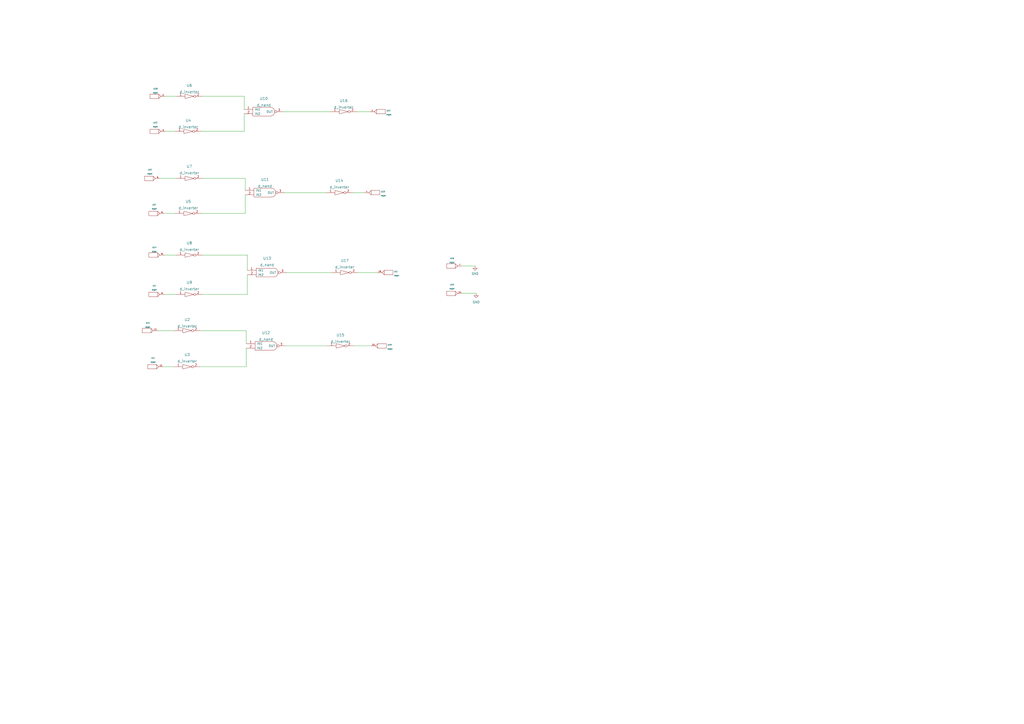
<source format=kicad_sch>
(kicad_sch (version 20211123) (generator eeschema)
  (paper "A2")
  (lib_symbols
    (symbol "eSim_Digital:d_inverter" (pin_names (offset 1.016))
      (property "Reference" "U" (at 0 -2.54 0))
      (property "Value" "d_inverter" (at 0 3.81 0))
      (symbol "d_inverter_0_1"
        (polyline (pts (xy -2.54 1.27) (xy -2.54 -1.27) (xy 2.54 0) (xy -2.54 1.27)))
      )
      (symbol "d_inverter_1_1"
        (pin input line (at -7.62 0 0) (length 5.08) (name "~") (number "1"))
        (pin output inverted (at 7.62 0 180) (length 5.08) (name "~") (number "2"))
      )
    )
    (symbol "eSim_Digital:d_nand" (pin_names (offset 1.016))
      (property "Reference" "U" (at 0 0 0))
      (property "Value" "d_nand" (at 1.27 2.54 0))
      (symbol "d_nand_0_1"
        (polyline (pts (xy 3.81 -1.27) (xy -6.35 -1.27) (xy -6.35 3.81) (xy 3.81 3.81)))
        (arc (start 3.81 -1.27) (mid 5.5897 -0.5171) (end 6.35 1.27))
        (arc (start 6.35 1.27) (mid 5.5971 3.0497) (end 3.81 3.81))
      )
      (symbol "d_nand_1_1"
        (pin input line (at -11.43 2.54 0) (length 5.08) (name "IN1") (number "1"))
        (pin input line (at -11.43 0 0) (length 5.08) (name "IN2") (number "2"))
        (pin output inverted (at 11.43 1.27 180) (length 5.08) (name "OUT") (number "3"))
      )
    )
    (symbol "eSim_Miscellaneous:PORT" (pin_names (offset 1.016))
      (property "Reference" "U" (at 1.27 2.54 0))
      (property "Value" "PORT" (at 0 0 0))
      (symbol "PORT_0_1"
        (rectangle (start -2.54 1.27) (end 2.54 -1.27))
        (arc (start 2.54 1.27) (mid 3.1355 0.5955) (end 3.81 0))
        (arc (start 3.81 0) (mid 3.1447 -0.6046) (end 2.54 -1.27))
      )
      (symbol "PORT_1_1"
        (pin bidirectional line (at 6.35 0 180) (length 2.54) (name "~") (number "1"))
      )
      (symbol "PORT_2_1"
        (pin bidirectional line (at 6.35 0 180) (length 2.54) (name "~") (number "2"))
      )
      (symbol "PORT_3_1"
        (pin bidirectional line (at 6.35 0 180) (length 2.54) (name "~") (number "3"))
      )
      (symbol "PORT_4_1"
        (pin bidirectional line (at 6.35 0 180) (length 2.54) (name "~") (number "4"))
      )
      (symbol "PORT_5_1"
        (pin bidirectional line (at 6.35 0 180) (length 2.54) (name "~") (number "5"))
      )
      (symbol "PORT_6_1"
        (pin bidirectional line (at 6.35 0 180) (length 2.54) (name "~") (number "6"))
      )
      (symbol "PORT_7_1"
        (pin bidirectional line (at 6.35 0 180) (length 2.54) (name "~") (number "7"))
      )
      (symbol "PORT_8_1"
        (pin bidirectional line (at 6.35 0 180) (length 2.54) (name "~") (number "8"))
      )
      (symbol "PORT_9_1"
        (pin bidirectional line (at 6.35 0 180) (length 2.54) (name "~") (number "9"))
      )
      (symbol "PORT_10_1"
        (pin bidirectional line (at 6.35 0 180) (length 2.54) (name "~") (number "10"))
      )
      (symbol "PORT_11_1"
        (pin bidirectional line (at 6.35 0 180) (length 2.54) (name "~") (number "11"))
      )
      (symbol "PORT_12_1"
        (pin bidirectional line (at 6.35 0 180) (length 2.54) (name "~") (number "12"))
      )
      (symbol "PORT_13_1"
        (pin bidirectional line (at 6.35 0 180) (length 2.54) (name "~") (number "13"))
      )
      (symbol "PORT_14_1"
        (pin bidirectional line (at 6.35 0 180) (length 2.54) (name "~") (number "14"))
      )
      (symbol "PORT_15_1"
        (pin bidirectional line (at 6.35 0 180) (length 2.54) (name "~") (number "15"))
      )
      (symbol "PORT_16_1"
        (pin bidirectional line (at 6.35 0 180) (length 2.54) (name "~") (number "16"))
      )
      (symbol "PORT_17_1"
        (pin bidirectional line (at 6.35 0 180) (length 2.54) (name "~") (number "17"))
      )
      (symbol "PORT_18_1"
        (pin bidirectional line (at 6.35 0 180) (length 2.54) (name "~") (number "18"))
      )
      (symbol "PORT_19_1"
        (pin bidirectional line (at 6.35 0 180) (length 2.54) (name "~") (number "19"))
      )
      (symbol "PORT_20_1"
        (pin bidirectional line (at 6.35 0 180) (length 2.54) (name "~") (number "20"))
      )
      (symbol "PORT_21_1"
        (pin bidirectional line (at 6.35 0 180) (length 2.54) (name "~") (number "21"))
      )
      (symbol "PORT_22_1"
        (pin bidirectional line (at 6.35 0 180) (length 2.54) (name "~") (number "22"))
      )
      (symbol "PORT_23_1"
        (pin bidirectional line (at 6.35 0 180) (length 2.54) (name "~") (number "23"))
      )
      (symbol "PORT_24_1"
        (pin bidirectional line (at 6.35 0 180) (length 2.54) (name "~") (number "24"))
      )
      (symbol "PORT_25_1"
        (pin bidirectional line (at 6.35 0 180) (length 2.54) (name "~") (number "25"))
      )
      (symbol "PORT_26_1"
        (pin bidirectional line (at 6.35 0 180) (length 2.54) (name "~") (number "26"))
      )
    )
    (symbol "eSim_Power:eSim_GND" (power) (pin_names (offset 0))
      (property "Value" "eSim_GND" (at 0 -3.81 0))
      (symbol "eSim_GND_0_1"
        (polyline (pts (xy 0 0) (xy 0 -1.27) (xy 1.27 -1.27) (xy 0 -2.54) (xy -1.27 -1.27) (xy 0 -1.27)))
      )
      (symbol "eSim_GND_1_1"
        (pin power_in line (at 0 0 270) (length 0) hide (name "GND") (number "1"))
      )
    )
  )
  (wire (pts (xy 142.24 110.49) (xy 142.24 103.505)))
  (wire (pts (xy 142.875 199.39) (xy 142.875 191.77)))
  (wire (pts (xy 95.885 55.88) (xy 102.235 55.88)))
  (wire (pts (xy 94.615 212.725) (xy 100.965 212.725)))
  (wire (pts (xy 95.885 76.2) (xy 101.6 76.2)))
  (wire (pts (xy 95.25 170.815) (xy 102.235 170.815)))
  (wire (pts (xy 165.735 200.66) (xy 189.865 200.66)))
  (wire (pts (xy 142.875 212.725) (xy 116.205 212.725)))
  (wire (pts (xy 141.605 55.88) (xy 117.475 55.88)))
  (wire (pts (xy 92.71 103.505) (xy 102.235 103.505)))
  (wire (pts (xy 204.47 111.76) (xy 211.455 111.76)))
  (wire (pts (xy 205.105 200.66) (xy 215.265 200.66)))
  (wire (pts (xy 267.97 154.305) (xy 275.59 154.305)))
  (wire (pts (xy 143.51 156.845) (xy 143.51 147.955)))
  (wire (pts (xy 95.25 123.825) (xy 101.6 123.825)))
  (wire (pts (xy 207.01 64.77) (xy 214.63 64.77)))
  (wire (pts (xy 143.51 170.815) (xy 117.475 170.815)))
  (wire (pts (xy 142.24 113.03) (xy 142.24 123.825)))
  (wire (pts (xy 166.37 158.115) (xy 192.405 158.115)))
  (wire (pts (xy 142.875 191.77) (xy 116.205 191.77)))
  (wire (pts (xy 207.645 158.115) (xy 219.075 158.115)))
  (wire (pts (xy 142.875 201.93) (xy 142.875 212.725)))
  (wire (pts (xy 143.51 159.385) (xy 143.51 170.815)))
  (wire (pts (xy 91.44 191.77) (xy 100.965 191.77)))
  (wire (pts (xy 95.25 147.955) (xy 102.235 147.955)))
  (wire (pts (xy 143.51 147.955) (xy 117.475 147.955)))
  (wire (pts (xy 141.605 76.2) (xy 116.84 76.2)))
  (wire (pts (xy 165.1 111.76) (xy 189.23 111.76)))
  (wire (pts (xy 164.465 64.77) (xy 191.77 64.77)))
  (wire (pts (xy 141.605 63.5) (xy 141.605 55.88)))
  (wire (pts (xy 141.605 66.04) (xy 141.605 76.2)))
  (wire (pts (xy 142.24 103.505) (xy 117.475 103.505)))
  (wire (pts (xy 142.24 123.825) (xy 116.84 123.825)))
  (wire (pts (xy 267.97 170.18) (xy 276.225 170.18)))
  (symbol (lib_id "eSim_Digital:d_inverter") (at 108.585 191.77 0) (unit 1)
    (property "Reference" "U2" (at 108.585 185.42 0) (effects (font (size 1.524 1.524))))
    (property "Value" "d_inverter" (at 108.585 189.23 0) (effects (font (size 1.524 1.524))))
  )
  (symbol (lib_id "eSim_Miscellaneous:PORT") (at 261.62 154.305 0) (unit 7)
    (property "Reference" "U1" (at 262.255 149.86 0) (effects (font (size 0.762 0.762))))
    (property "Value" "PORT" (at 262.255 152.4 0) (effects (font (size 0.762 0.762))))
  )
  (symbol (lib_id "eSim_Miscellaneous:PORT") (at 85.09 191.77 0) (unit 11)
    (property "Reference" "U1" (at 85.725 187.325 0) (effects (font (size 0.762 0.762))))
    (property "Value" "PORT" (at 85.725 189.865 0) (effects (font (size 0.762 0.762))))
  )
  (symbol (lib_id "eSim_Digital:d_inverter") (at 199.39 64.77 0) (unit 1)
    (property "Reference" "U16" (at 199.39 58.42 0) (effects (font (size 1.524 1.524))))
    (property "Value" "d_inverter" (at 199.39 62.23 0) (effects (font (size 1.524 1.524))))
  )
  (symbol (lib_id "eSim_Miscellaneous:PORT") (at 217.805 111.76 0) (mirror y) (unit 4)
    (property "Reference" "U1" (at 220.98 111.125 0) (effects (font (size 0.762 0.762)) (justify right)))
    (property "Value" "PORT" (at 220.98 113.665 0) (effects (font (size 0.762 0.762)) (justify right)))
  )
  (symbol (lib_id "eSim_Digital:d_nand") (at 153.035 66.04 0) (unit 1)
    (property "Reference" "U10" (at 153.035 57.15 0) (effects (font (size 1.524 1.524))))
    (property "Value" "d_nand" (at 153.035 60.96 0) (effects (font (size 1.524 1.524))))
  )
  (symbol (lib_id "eSim_Miscellaneous:PORT") (at 261.62 170.18 0) (unit 14)
    (property "Reference" "U1" (at 262.255 165.1 0) (effects (font (size 0.762 0.762))))
    (property "Value" "PORT" (at 262.255 167.64 0) (effects (font (size 0.762 0.762))))
  )
  (symbol (lib_id "eSim_Digital:d_nand") (at 154.94 159.385 0) (unit 1)
    (property "Reference" "U13" (at 154.94 149.86 0) (effects (font (size 1.524 1.524))))
    (property "Value" "d_nand" (at 154.94 153.67 0) (effects (font (size 1.524 1.524))))
  )
  (symbol (lib_id "eSim_Miscellaneous:PORT") (at 88.9 123.825 0) (unit 6)
    (property "Reference" "U1" (at 89.535 118.745 0) (effects (font (size 0.762 0.762))))
    (property "Value" "PORT" (at 89.535 121.285 0) (effects (font (size 0.762 0.762))))
  )
  (symbol (lib_id "eSim_Digital:d_inverter") (at 109.22 76.2 0) (unit 1)
    (property "Reference" "U4" (at 109.22 69.85 0) (effects (font (size 1.524 1.524))))
    (property "Value" "d_inverter" (at 109.22 73.66 0) (effects (font (size 1.524 1.524))))
  )
  (symbol (lib_id "eSim_Miscellaneous:PORT") (at 86.36 103.505 0) (unit 5)
    (property "Reference" "U1" (at 86.995 98.425 0) (effects (font (size 0.762 0.762))))
    (property "Value" "PORT" (at 86.995 100.965 0) (effects (font (size 0.762 0.762))))
  )
  (symbol (lib_id "eSim_Digital:d_nand") (at 154.305 201.93 0) (unit 1)
    (property "Reference" "U12" (at 154.305 193.04 0) (effects (font (size 1.524 1.524))))
    (property "Value" "d_nand" (at 154.305 196.85 0) (effects (font (size 1.524 1.524))))
  )
  (symbol (lib_id "eSim_Digital:d_inverter") (at 196.85 111.76 0) (unit 1)
    (property "Reference" "U14" (at 196.85 104.775 0) (effects (font (size 1.524 1.524))))
    (property "Value" "d_inverter" (at 196.85 108.585 0) (effects (font (size 1.524 1.524))))
  )
  (symbol (lib_id "eSim_Digital:d_inverter") (at 109.855 55.88 0) (unit 1)
    (property "Reference" "U6" (at 109.855 49.53 0) (effects (font (size 1.524 1.524))))
    (property "Value" "d_inverter" (at 109.855 53.34 0) (effects (font (size 1.524 1.524))))
  )
  (symbol (lib_id "eSim_Miscellaneous:PORT") (at 220.98 64.77 0) (mirror y) (unit 1)
    (property "Reference" "U1" (at 224.155 64.135 0) (effects (font (size 0.762 0.762)) (justify right)))
    (property "Value" "PORT" (at 224.155 66.675 0) (effects (font (size 0.762 0.762)) (justify right)))
  )
  (symbol (lib_id "eSim_Power:eSim_GND") (at 276.225 170.18 0) (unit 1)
    (property "Reference" "#PWR02" (effects hide))
    (property "Value" "eSim_GND" (at 276.225 175.26 0))
  )
  (symbol (lib_id "eSim_Digital:d_inverter") (at 109.855 147.955 0) (unit 1)
    (property "Reference" "U8" (at 109.855 140.97 0) (effects (font (size 1.524 1.524))))
    (property "Value" "d_inverter" (at 109.855 144.78 0) (effects (font (size 1.524 1.524))))
  )
  (symbol (lib_id "eSim_Digital:d_inverter") (at 200.025 158.115 0) (unit 1)
    (property "Reference" "U17" (at 200.025 151.13 0) (effects (font (size 1.524 1.524))))
    (property "Value" "d_inverter" (at 200.025 154.94 0) (effects (font (size 1.524 1.524))))
  )
  (symbol (lib_id "eSim_Digital:d_inverter") (at 109.22 123.825 0) (unit 1)
    (property "Reference" "U5" (at 109.22 116.84 0) (effects (font (size 1.524 1.524))))
    (property "Value" "d_inverter" (at 109.22 120.65 0) (effects (font (size 1.524 1.524))))
  )
  (symbol (lib_id "eSim_Digital:d_inverter") (at 109.855 170.815 0) (unit 1)
    (property "Reference" "U9" (at 109.855 163.83 0) (effects (font (size 1.524 1.524))))
    (property "Value" "d_inverter" (at 109.855 167.64 0) (effects (font (size 1.524 1.524))))
  )
  (symbol (lib_id "eSim_Power:eSim_GND") (at 275.59 154.305 0) (unit 1)
    (property "Reference" "#PWR01" (effects hide))
    (property "Value" "eSim_GND" (at 275.59 158.75 0))
  )
  (symbol (lib_id "eSim_Miscellaneous:PORT") (at 225.425 158.115 0) (mirror y) (unit 10)
    (property "Reference" "U1" (at 228.6 157.48 0) (effects (font (size 0.762 0.762)) (justify right)))
    (property "Value" "PORT" (at 228.6 160.02 0) (effects (font (size 0.762 0.762)) (justify right)))
  )
  (symbol (lib_id "eSim_Miscellaneous:PORT") (at 88.9 170.815 0) (unit 9)
    (property "Reference" "U1" (at 89.535 165.735 0) (effects (font (size 0.762 0.762))))
    (property "Value" "PORT" (at 89.535 168.275 0) (effects (font (size 0.762 0.762))))
  )
  (symbol (lib_id "eSim_Digital:d_inverter") (at 108.585 212.725 0) (unit 1)
    (property "Reference" "U3" (at 108.585 205.74 0) (effects (font (size 1.524 1.524))))
    (property "Value" "d_inverter" (at 108.585 209.55 0) (effects (font (size 1.524 1.524))))
  )
  (symbol (lib_id "eSim_Digital:d_nand") (at 153.67 113.03 0) (unit 1)
    (property "Reference" "U11" (at 153.67 104.14 0) (effects (font (size 1.524 1.524))))
    (property "Value" "d_nand" (at 153.67 107.95 0) (effects (font (size 1.524 1.524))))
  )
  (symbol (lib_id "eSim_Miscellaneous:PORT") (at 88.265 212.725 0) (unit 12)
    (property "Reference" "U1" (at 88.9 207.645 0) (effects (font (size 0.762 0.762))))
    (property "Value" "PORT" (at 88.9 210.185 0) (effects (font (size 0.762 0.762))))
  )
  (symbol (lib_id "eSim_Miscellaneous:PORT") (at 221.615 200.66 0) (mirror y) (unit 13)
    (property "Reference" "U1" (at 224.79 200.025 0) (effects (font (size 0.762 0.762)) (justify right)))
    (property "Value" "PORT" (at 224.79 202.565 0) (effects (font (size 0.762 0.762)) (justify right)))
  )
  (symbol (lib_id "eSim_Miscellaneous:PORT") (at 89.535 76.2 0) (unit 3)
    (property "Reference" "U1" (at 90.17 71.12 0) (effects (font (size 0.762 0.762))))
    (property "Value" "PORT" (at 90.17 73.66 0) (effects (font (size 0.762 0.762))))
  )
  (symbol (lib_id "eSim_Digital:d_inverter") (at 109.855 103.505 0) (unit 1)
    (property "Reference" "U7" (at 109.855 96.52 0) (effects (font (size 1.524 1.524))))
    (property "Value" "d_inverter" (at 109.855 100.33 0) (effects (font (size 1.524 1.524))))
  )
  (symbol (lib_id "eSim_Digital:d_inverter") (at 197.485 200.66 0) (unit 1)
    (property "Reference" "U15" (at 197.485 194.31 0) (effects (font (size 1.524 1.524))))
    (property "Value" "d_inverter" (at 197.485 198.12 0) (effects (font (size 1.524 1.524))))
  )
  (symbol (lib_id "eSim_Miscellaneous:PORT") (at 88.9 147.955 0) (unit 8)
    (property "Reference" "U1" (at 89.535 143.51 0) (effects (font (size 0.762 0.762))))
    (property "Value" "PORT" (at 89.535 146.05 0) (effects (font (size 0.762 0.762))))
  )
  (symbol (lib_id "eSim_Miscellaneous:PORT") (at 89.535 55.88 0) (unit 2)
    (property "Reference" "U1" (at 90.17 51.435 0) (effects (font (size 0.762 0.762))))
    (property "Value" "PORT" (at 90.17 53.975 0) (effects (font (size 0.762 0.762))))
  )
)
</source>
